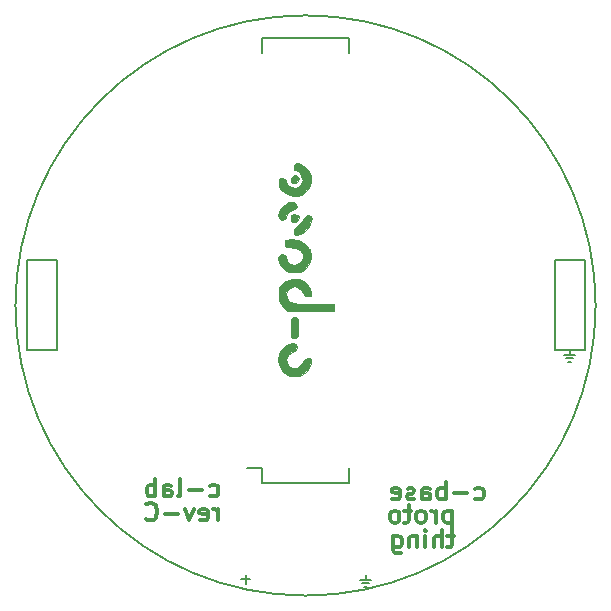
<source format=gbo>
G04 #@! TF.FileFunction,Legend,Bot*
%FSLAX46Y46*%
G04 Gerber Fmt 4.6, Leading zero omitted, Abs format (unit mm)*
G04 Created by KiCad (PCBNEW 4.0.2-4+6225~38~ubuntu15.10.1-stable) date So 13 Mär 2016 18:41:02 CET*
%MOMM*%
G01*
G04 APERTURE LIST*
%ADD10C,0.100000*%
%ADD11C,0.200000*%
%ADD12C,0.300000*%
%ADD13C,0.150000*%
%ADD14C,0.010000*%
G04 APERTURE END LIST*
D10*
D11*
X171926190Y-127642952D02*
X170973809Y-127642952D01*
X171735714Y-127928667D02*
X171164285Y-127928667D01*
X171449999Y-127214381D02*
X171449999Y-127642952D01*
X171354761Y-128214381D02*
X171545237Y-128214381D01*
X154654190Y-146692952D02*
X153701809Y-146692952D01*
X154463714Y-146978667D02*
X153892285Y-146978667D01*
X154177999Y-146264381D02*
X154177999Y-146692952D01*
X154082761Y-147264381D02*
X154273237Y-147264381D01*
X144398952Y-146629429D02*
X143637047Y-146629429D01*
X144017999Y-147010381D02*
X144017999Y-146248476D01*
X172720000Y-119634000D02*
X172720000Y-127254000D01*
X170180000Y-119634000D02*
X172720000Y-119634000D01*
X170180000Y-127254000D02*
X170180000Y-119634000D01*
X128016000Y-119634000D02*
X125476000Y-119634000D01*
X128016000Y-127254000D02*
X128016000Y-119634000D01*
X125476000Y-127254000D02*
X128016000Y-127254000D01*
X125476000Y-119634000D02*
X125476000Y-127254000D01*
X170180000Y-127254000D02*
X172720000Y-127254000D01*
D12*
X141683999Y-141648571D02*
X141683999Y-140648571D01*
X141683999Y-140934286D02*
X141612571Y-140791429D01*
X141541142Y-140720000D01*
X141398285Y-140648571D01*
X141255428Y-140648571D01*
X140184000Y-141577143D02*
X140326857Y-141648571D01*
X140612571Y-141648571D01*
X140755428Y-141577143D01*
X140826857Y-141434286D01*
X140826857Y-140862857D01*
X140755428Y-140720000D01*
X140612571Y-140648571D01*
X140326857Y-140648571D01*
X140184000Y-140720000D01*
X140112571Y-140862857D01*
X140112571Y-141005714D01*
X140826857Y-141148571D01*
X139612571Y-140648571D02*
X139255428Y-141648571D01*
X138898286Y-140648571D01*
X138326857Y-141077143D02*
X137184000Y-141077143D01*
X135612571Y-141505714D02*
X135684000Y-141577143D01*
X135898286Y-141648571D01*
X136041143Y-141648571D01*
X136255428Y-141577143D01*
X136398286Y-141434286D01*
X136469714Y-141291429D01*
X136541143Y-141005714D01*
X136541143Y-140791429D01*
X136469714Y-140505714D01*
X136398286Y-140362857D01*
X136255428Y-140220000D01*
X136041143Y-140148571D01*
X135898286Y-140148571D01*
X135684000Y-140220000D01*
X135612571Y-140291429D01*
X141005428Y-139545143D02*
X141148285Y-139616571D01*
X141433999Y-139616571D01*
X141576857Y-139545143D01*
X141648285Y-139473714D01*
X141719714Y-139330857D01*
X141719714Y-138902286D01*
X141648285Y-138759429D01*
X141576857Y-138688000D01*
X141433999Y-138616571D01*
X141148285Y-138616571D01*
X141005428Y-138688000D01*
X140362571Y-139045143D02*
X139219714Y-139045143D01*
X138291142Y-139616571D02*
X138434000Y-139545143D01*
X138505428Y-139402286D01*
X138505428Y-138116571D01*
X137076857Y-139616571D02*
X137076857Y-138830857D01*
X137148286Y-138688000D01*
X137291143Y-138616571D01*
X137576857Y-138616571D01*
X137719714Y-138688000D01*
X137076857Y-139545143D02*
X137219714Y-139616571D01*
X137576857Y-139616571D01*
X137719714Y-139545143D01*
X137791143Y-139402286D01*
X137791143Y-139259429D01*
X137719714Y-139116571D01*
X137576857Y-139045143D01*
X137219714Y-139045143D01*
X137076857Y-138973714D01*
X136362571Y-139616571D02*
X136362571Y-138116571D01*
X136362571Y-138688000D02*
X136219714Y-138616571D01*
X135934000Y-138616571D01*
X135791143Y-138688000D01*
X135719714Y-138759429D01*
X135648285Y-138902286D01*
X135648285Y-139330857D01*
X135719714Y-139473714D01*
X135791143Y-139545143D01*
X135934000Y-139616571D01*
X136219714Y-139616571D01*
X136362571Y-139545143D01*
X161682572Y-142934571D02*
X161111143Y-142934571D01*
X161468286Y-142434571D02*
X161468286Y-143720286D01*
X161396858Y-143863143D01*
X161254000Y-143934571D01*
X161111143Y-143934571D01*
X160611143Y-143934571D02*
X160611143Y-142434571D01*
X159968286Y-143934571D02*
X159968286Y-143148857D01*
X160039715Y-143006000D01*
X160182572Y-142934571D01*
X160396857Y-142934571D01*
X160539715Y-143006000D01*
X160611143Y-143077429D01*
X159254000Y-143934571D02*
X159254000Y-142934571D01*
X159254000Y-142434571D02*
X159325429Y-142506000D01*
X159254000Y-142577429D01*
X159182572Y-142506000D01*
X159254000Y-142434571D01*
X159254000Y-142577429D01*
X158539714Y-142934571D02*
X158539714Y-143934571D01*
X158539714Y-143077429D02*
X158468286Y-143006000D01*
X158325428Y-142934571D01*
X158111143Y-142934571D01*
X157968286Y-143006000D01*
X157896857Y-143148857D01*
X157896857Y-143934571D01*
X156539714Y-142934571D02*
X156539714Y-144148857D01*
X156611143Y-144291714D01*
X156682571Y-144363143D01*
X156825428Y-144434571D01*
X157039714Y-144434571D01*
X157182571Y-144363143D01*
X156539714Y-143863143D02*
X156682571Y-143934571D01*
X156968285Y-143934571D01*
X157111143Y-143863143D01*
X157182571Y-143791714D01*
X157254000Y-143648857D01*
X157254000Y-143220286D01*
X157182571Y-143077429D01*
X157111143Y-143006000D01*
X156968285Y-142934571D01*
X156682571Y-142934571D01*
X156539714Y-143006000D01*
X161473828Y-140826371D02*
X161473828Y-142326371D01*
X161473828Y-140897800D02*
X161330971Y-140826371D01*
X161045257Y-140826371D01*
X160902400Y-140897800D01*
X160830971Y-140969229D01*
X160759542Y-141112086D01*
X160759542Y-141540657D01*
X160830971Y-141683514D01*
X160902400Y-141754943D01*
X161045257Y-141826371D01*
X161330971Y-141826371D01*
X161473828Y-141754943D01*
X160116685Y-141826371D02*
X160116685Y-140826371D01*
X160116685Y-141112086D02*
X160045257Y-140969229D01*
X159973828Y-140897800D01*
X159830971Y-140826371D01*
X159688114Y-140826371D01*
X158973828Y-141826371D02*
X159116686Y-141754943D01*
X159188114Y-141683514D01*
X159259543Y-141540657D01*
X159259543Y-141112086D01*
X159188114Y-140969229D01*
X159116686Y-140897800D01*
X158973828Y-140826371D01*
X158759543Y-140826371D01*
X158616686Y-140897800D01*
X158545257Y-140969229D01*
X158473828Y-141112086D01*
X158473828Y-141540657D01*
X158545257Y-141683514D01*
X158616686Y-141754943D01*
X158759543Y-141826371D01*
X158973828Y-141826371D01*
X158045257Y-140826371D02*
X157473828Y-140826371D01*
X157830971Y-140326371D02*
X157830971Y-141612086D01*
X157759543Y-141754943D01*
X157616685Y-141826371D01*
X157473828Y-141826371D01*
X156759542Y-141826371D02*
X156902400Y-141754943D01*
X156973828Y-141683514D01*
X157045257Y-141540657D01*
X157045257Y-141112086D01*
X156973828Y-140969229D01*
X156902400Y-140897800D01*
X156759542Y-140826371D01*
X156545257Y-140826371D01*
X156402400Y-140897800D01*
X156330971Y-140969229D01*
X156259542Y-141112086D01*
X156259542Y-141540657D01*
X156330971Y-141683514D01*
X156402400Y-141754943D01*
X156545257Y-141826371D01*
X156759542Y-141826371D01*
X163452571Y-139799143D02*
X163595428Y-139870571D01*
X163881142Y-139870571D01*
X164024000Y-139799143D01*
X164095428Y-139727714D01*
X164166857Y-139584857D01*
X164166857Y-139156286D01*
X164095428Y-139013429D01*
X164024000Y-138942000D01*
X163881142Y-138870571D01*
X163595428Y-138870571D01*
X163452571Y-138942000D01*
X162809714Y-139299143D02*
X161666857Y-139299143D01*
X160952571Y-139870571D02*
X160952571Y-138370571D01*
X160952571Y-138942000D02*
X160809714Y-138870571D01*
X160524000Y-138870571D01*
X160381143Y-138942000D01*
X160309714Y-139013429D01*
X160238285Y-139156286D01*
X160238285Y-139584857D01*
X160309714Y-139727714D01*
X160381143Y-139799143D01*
X160524000Y-139870571D01*
X160809714Y-139870571D01*
X160952571Y-139799143D01*
X158952571Y-139870571D02*
X158952571Y-139084857D01*
X159024000Y-138942000D01*
X159166857Y-138870571D01*
X159452571Y-138870571D01*
X159595428Y-138942000D01*
X158952571Y-139799143D02*
X159095428Y-139870571D01*
X159452571Y-139870571D01*
X159595428Y-139799143D01*
X159666857Y-139656286D01*
X159666857Y-139513429D01*
X159595428Y-139370571D01*
X159452571Y-139299143D01*
X159095428Y-139299143D01*
X158952571Y-139227714D01*
X158309714Y-139799143D02*
X158166857Y-139870571D01*
X157881142Y-139870571D01*
X157738285Y-139799143D01*
X157666857Y-139656286D01*
X157666857Y-139584857D01*
X157738285Y-139442000D01*
X157881142Y-139370571D01*
X158095428Y-139370571D01*
X158238285Y-139299143D01*
X158309714Y-139156286D01*
X158309714Y-139084857D01*
X158238285Y-138942000D01*
X158095428Y-138870571D01*
X157881142Y-138870571D01*
X157738285Y-138942000D01*
X156452571Y-139799143D02*
X156595428Y-139870571D01*
X156881142Y-139870571D01*
X157023999Y-139799143D01*
X157095428Y-139656286D01*
X157095428Y-139084857D01*
X157023999Y-138942000D01*
X156881142Y-138870571D01*
X156595428Y-138870571D01*
X156452571Y-138942000D01*
X156381142Y-139084857D01*
X156381142Y-139227714D01*
X157095428Y-139370571D01*
D13*
X173659800Y-123444000D02*
G75*
G03X173659800Y-123444000I-24561800J0D01*
G01*
D14*
G36*
X149514912Y-127907423D02*
X149319783Y-127889000D01*
X149044681Y-127969209D01*
X148854300Y-128245736D01*
X148843331Y-128271616D01*
X148607557Y-128602288D01*
X148363767Y-128734817D01*
X147964108Y-128738008D01*
X147670427Y-128565755D01*
X147501914Y-128281326D01*
X147477756Y-127947986D01*
X147617140Y-127629005D01*
X147939254Y-127387649D01*
X147953385Y-127381670D01*
X148249222Y-127187690D01*
X148336000Y-126921093D01*
X148272230Y-126688834D01*
X148066400Y-126627615D01*
X147696736Y-126734638D01*
X147515541Y-126815621D01*
X147108444Y-127135869D01*
X146864008Y-127590272D01*
X146792546Y-128109746D01*
X146904370Y-128625207D01*
X147183231Y-129041770D01*
X147472078Y-129280915D01*
X147780348Y-129389459D01*
X148175471Y-129413000D01*
X148603207Y-129383916D01*
X148895925Y-129268371D01*
X149135484Y-129059156D01*
X149387848Y-128709107D01*
X149548719Y-128330084D01*
X149556119Y-128297156D01*
X149592018Y-128018076D01*
X149514912Y-127907423D01*
X149514912Y-127907423D01*
G37*
X149514912Y-127907423D02*
X149319783Y-127889000D01*
X149044681Y-127969209D01*
X148854300Y-128245736D01*
X148843331Y-128271616D01*
X148607557Y-128602288D01*
X148363767Y-128734817D01*
X147964108Y-128738008D01*
X147670427Y-128565755D01*
X147501914Y-128281326D01*
X147477756Y-127947986D01*
X147617140Y-127629005D01*
X147939254Y-127387649D01*
X147953385Y-127381670D01*
X148249222Y-127187690D01*
X148336000Y-126921093D01*
X148272230Y-126688834D01*
X148066400Y-126627615D01*
X147696736Y-126734638D01*
X147515541Y-126815621D01*
X147108444Y-127135869D01*
X146864008Y-127590272D01*
X146792546Y-128109746D01*
X146904370Y-128625207D01*
X147183231Y-129041770D01*
X147472078Y-129280915D01*
X147780348Y-129389459D01*
X148175471Y-129413000D01*
X148603207Y-129383916D01*
X148895925Y-129268371D01*
X149135484Y-129059156D01*
X149387848Y-128709107D01*
X149548719Y-128330084D01*
X149556119Y-128297156D01*
X149592018Y-128018076D01*
X149514912Y-127907423D01*
G36*
X149761259Y-123317000D02*
X149007262Y-123310694D01*
X148465236Y-123289067D01*
X148093405Y-123248052D01*
X147849989Y-123183586D01*
X147729259Y-123119299D01*
X147492996Y-122834004D01*
X147447543Y-122500654D01*
X147558126Y-122181768D01*
X147789967Y-121939864D01*
X148108293Y-121837460D01*
X148407253Y-121900425D01*
X148694415Y-122127637D01*
X148843407Y-122362940D01*
X149035853Y-122622563D01*
X149285357Y-122682000D01*
X149534136Y-122617633D01*
X149597744Y-122412673D01*
X149479240Y-122049337D01*
X149416226Y-121921403D01*
X149051331Y-121459280D01*
X148566729Y-121203767D01*
X148007053Y-121167801D01*
X147444459Y-121349815D01*
X147087802Y-121605391D01*
X146888698Y-121953997D01*
X146814736Y-122460716D01*
X146812000Y-122619921D01*
X146847553Y-123047979D01*
X146987461Y-123357038D01*
X147183231Y-123580770D01*
X147554462Y-123952000D01*
X151511000Y-123952000D01*
X151511000Y-123317000D01*
X149761259Y-123317000D01*
X149761259Y-123317000D01*
G37*
X149761259Y-123317000D02*
X149007262Y-123310694D01*
X148465236Y-123289067D01*
X148093405Y-123248052D01*
X147849989Y-123183586D01*
X147729259Y-123119299D01*
X147492996Y-122834004D01*
X147447543Y-122500654D01*
X147558126Y-122181768D01*
X147789967Y-121939864D01*
X148108293Y-121837460D01*
X148407253Y-121900425D01*
X148694415Y-122127637D01*
X148843407Y-122362940D01*
X149035853Y-122622563D01*
X149285357Y-122682000D01*
X149534136Y-122617633D01*
X149597744Y-122412673D01*
X149479240Y-122049337D01*
X149416226Y-121921403D01*
X149051331Y-121459280D01*
X148566729Y-121203767D01*
X148007053Y-121167801D01*
X147444459Y-121349815D01*
X147087802Y-121605391D01*
X146888698Y-121953997D01*
X146814736Y-122460716D01*
X146812000Y-122619921D01*
X146847553Y-123047979D01*
X146987461Y-123357038D01*
X147183231Y-123580770D01*
X147554462Y-123952000D01*
X151511000Y-123952000D01*
X151511000Y-123317000D01*
X149761259Y-123317000D01*
G36*
X149453029Y-118693547D02*
X149426778Y-118639808D01*
X149062470Y-118199656D01*
X148524679Y-117935536D01*
X147897807Y-117856000D01*
X147542693Y-117868828D01*
X147373498Y-117932122D01*
X147322487Y-118083104D01*
X147320000Y-118173500D01*
X147362259Y-118402180D01*
X147540368Y-118484343D01*
X147692733Y-118491000D01*
X148224357Y-118565304D01*
X148620959Y-118765874D01*
X148847856Y-119059197D01*
X148870363Y-119411763D01*
X148809981Y-119570500D01*
X148565219Y-119890308D01*
X148229260Y-120008788D01*
X148133434Y-120013056D01*
X147818347Y-119907560D01*
X147556798Y-119650922D01*
X147447003Y-119339693D01*
X147447000Y-119338250D01*
X147341940Y-119164150D01*
X147129500Y-119126000D01*
X146885367Y-119217314D01*
X146793187Y-119453443D01*
X146850317Y-119777670D01*
X147054113Y-120133277D01*
X147183231Y-120278770D01*
X147472078Y-120517915D01*
X147780348Y-120626459D01*
X148175471Y-120650000D01*
X148601705Y-120621306D01*
X148893942Y-120506250D01*
X149142507Y-120288825D01*
X149466438Y-119791531D01*
X149573717Y-119237891D01*
X149453029Y-118693547D01*
X149453029Y-118693547D01*
G37*
X149453029Y-118693547D02*
X149426778Y-118639808D01*
X149062470Y-118199656D01*
X148524679Y-117935536D01*
X147897807Y-117856000D01*
X147542693Y-117868828D01*
X147373498Y-117932122D01*
X147322487Y-118083104D01*
X147320000Y-118173500D01*
X147362259Y-118402180D01*
X147540368Y-118484343D01*
X147692733Y-118491000D01*
X148224357Y-118565304D01*
X148620959Y-118765874D01*
X148847856Y-119059197D01*
X148870363Y-119411763D01*
X148809981Y-119570500D01*
X148565219Y-119890308D01*
X148229260Y-120008788D01*
X148133434Y-120013056D01*
X147818347Y-119907560D01*
X147556798Y-119650922D01*
X147447003Y-119339693D01*
X147447000Y-119338250D01*
X147341940Y-119164150D01*
X147129500Y-119126000D01*
X146885367Y-119217314D01*
X146793187Y-119453443D01*
X146850317Y-119777670D01*
X147054113Y-120133277D01*
X147183231Y-120278770D01*
X147472078Y-120517915D01*
X147780348Y-120626459D01*
X148175471Y-120650000D01*
X148601705Y-120621306D01*
X148893942Y-120506250D01*
X149142507Y-120288825D01*
X149466438Y-119791531D01*
X149573717Y-119237891D01*
X149453029Y-118693547D01*
G36*
X148244687Y-114754367D02*
X148008558Y-114662187D01*
X147684331Y-114719317D01*
X147328724Y-114923113D01*
X147183231Y-115052231D01*
X146918442Y-115404078D01*
X146799205Y-115748438D01*
X146828165Y-116028593D01*
X147007965Y-116187825D01*
X147129500Y-116205000D01*
X147382797Y-116141389D01*
X147447000Y-115970684D01*
X147554040Y-115679903D01*
X147808213Y-115429395D01*
X148109100Y-115316305D01*
X148123751Y-115316000D01*
X148297851Y-115210940D01*
X148336000Y-114998500D01*
X148244687Y-114754367D01*
X148244687Y-114754367D01*
G37*
X148244687Y-114754367D02*
X148008558Y-114662187D01*
X147684331Y-114719317D01*
X147328724Y-114923113D01*
X147183231Y-115052231D01*
X146918442Y-115404078D01*
X146799205Y-115748438D01*
X146828165Y-116028593D01*
X147007965Y-116187825D01*
X147129500Y-116205000D01*
X147382797Y-116141389D01*
X147447000Y-115970684D01*
X147554040Y-115679903D01*
X147808213Y-115429395D01*
X148109100Y-115316305D01*
X148123751Y-115316000D01*
X148297851Y-115210940D01*
X148336000Y-114998500D01*
X148244687Y-114754367D01*
G36*
X149549764Y-112442227D02*
X149391306Y-112082473D01*
X149136934Y-111773294D01*
X148834311Y-111538906D01*
X148531102Y-111403527D01*
X148274971Y-111391372D01*
X148113580Y-111526658D01*
X148082000Y-111696500D01*
X148140971Y-111940545D01*
X148252817Y-112014000D01*
X148507430Y-112124380D01*
X148726489Y-112393709D01*
X148840086Y-112729267D01*
X148844000Y-112798067D01*
X148747099Y-113134475D01*
X148510875Y-113411978D01*
X148217046Y-113537332D01*
X148195509Y-113538000D01*
X147894612Y-113446623D01*
X147615798Y-113228372D01*
X147456766Y-112967071D01*
X147447000Y-112895799D01*
X147368695Y-112701173D01*
X147129500Y-112649000D01*
X146896381Y-112694336D01*
X146818930Y-112881569D01*
X146815862Y-112998250D01*
X146865544Y-113346550D01*
X146949175Y-113569753D01*
X147239407Y-113857068D01*
X147686328Y-114071927D01*
X148194287Y-114170840D01*
X148275963Y-114173000D01*
X148764562Y-114057151D01*
X149175102Y-113749686D01*
X149463334Y-113310727D01*
X149585009Y-112800399D01*
X149549764Y-112442227D01*
X149549764Y-112442227D01*
G37*
X149549764Y-112442227D02*
X149391306Y-112082473D01*
X149136934Y-111773294D01*
X148834311Y-111538906D01*
X148531102Y-111403527D01*
X148274971Y-111391372D01*
X148113580Y-111526658D01*
X148082000Y-111696500D01*
X148140971Y-111940545D01*
X148252817Y-112014000D01*
X148507430Y-112124380D01*
X148726489Y-112393709D01*
X148840086Y-112729267D01*
X148844000Y-112798067D01*
X148747099Y-113134475D01*
X148510875Y-113411978D01*
X148217046Y-113537332D01*
X148195509Y-113538000D01*
X147894612Y-113446623D01*
X147615798Y-113228372D01*
X147456766Y-112967071D01*
X147447000Y-112895799D01*
X147368695Y-112701173D01*
X147129500Y-112649000D01*
X146896381Y-112694336D01*
X146818930Y-112881569D01*
X146815862Y-112998250D01*
X146865544Y-113346550D01*
X146949175Y-113569753D01*
X147239407Y-113857068D01*
X147686328Y-114071927D01*
X148194287Y-114170840D01*
X148275963Y-114173000D01*
X148764562Y-114057151D01*
X149175102Y-113749686D01*
X149463334Y-113310727D01*
X149585009Y-112800399D01*
X149549764Y-112442227D01*
G36*
X148458332Y-124884547D02*
X148431147Y-124618730D01*
X148361680Y-124496203D01*
X148230162Y-124461619D01*
X148145500Y-124460000D01*
X147979624Y-124473073D01*
X147884690Y-124549190D01*
X147840930Y-124743699D01*
X147828579Y-125111947D01*
X147828000Y-125349000D01*
X147832669Y-125813454D01*
X147859854Y-126079271D01*
X147929321Y-126201798D01*
X148060839Y-126236382D01*
X148145500Y-126238000D01*
X148311377Y-126224928D01*
X148406311Y-126148811D01*
X148450071Y-125954302D01*
X148462422Y-125586054D01*
X148463000Y-125349000D01*
X148458332Y-124884547D01*
X148458332Y-124884547D01*
G37*
X148458332Y-124884547D02*
X148431147Y-124618730D01*
X148361680Y-124496203D01*
X148230162Y-124461619D01*
X148145500Y-124460000D01*
X147979624Y-124473073D01*
X147884690Y-124549190D01*
X147840930Y-124743699D01*
X147828579Y-125111947D01*
X147828000Y-125349000D01*
X147832669Y-125813454D01*
X147859854Y-126079271D01*
X147929321Y-126201798D01*
X148060839Y-126236382D01*
X148145500Y-126238000D01*
X148311377Y-126224928D01*
X148406311Y-126148811D01*
X148450071Y-125954302D01*
X148462422Y-125586054D01*
X148463000Y-125349000D01*
X148458332Y-124884547D01*
G36*
X148547853Y-115897348D02*
X148375619Y-115744783D01*
X148149486Y-115697000D01*
X147906048Y-115747706D01*
X147829796Y-115949856D01*
X147828000Y-116018486D01*
X147898851Y-116290487D01*
X148028348Y-116416853D01*
X148273837Y-116397508D01*
X148482795Y-116220755D01*
X148564481Y-115977335D01*
X148547853Y-115897348D01*
X148547853Y-115897348D01*
G37*
X148547853Y-115897348D02*
X148375619Y-115744783D01*
X148149486Y-115697000D01*
X147906048Y-115747706D01*
X147829796Y-115949856D01*
X147828000Y-116018486D01*
X147898851Y-116290487D01*
X148028348Y-116416853D01*
X148273837Y-116397508D01*
X148482795Y-116220755D01*
X148564481Y-115977335D01*
X148547853Y-115897348D01*
G36*
X148469800Y-112530212D02*
X148253996Y-112417295D01*
X148161086Y-112420036D01*
X147941512Y-112546141D01*
X147843816Y-112776563D01*
X147889476Y-113006474D01*
X148019441Y-113111435D01*
X148271931Y-113097188D01*
X148414015Y-113006415D01*
X148536318Y-112757140D01*
X148469800Y-112530212D01*
X148469800Y-112530212D01*
G37*
X148469800Y-112530212D02*
X148253996Y-112417295D01*
X148161086Y-112420036D01*
X147941512Y-112546141D01*
X147843816Y-112776563D01*
X147889476Y-113006474D01*
X148019441Y-113111435D01*
X148271931Y-113097188D01*
X148414015Y-113006415D01*
X148536318Y-112757140D01*
X148469800Y-112530212D01*
G36*
X149525046Y-115862327D02*
X149331728Y-115800444D01*
X149100365Y-115886516D01*
X148905275Y-116108401D01*
X148862777Y-116205729D01*
X148655099Y-116535551D01*
X148405853Y-116710585D01*
X148191106Y-116875222D01*
X148078967Y-117113393D01*
X148083658Y-117339541D01*
X148219396Y-117468112D01*
X148278807Y-117475000D01*
X148713055Y-117361003D01*
X149121401Y-117064795D01*
X149438304Y-116655054D01*
X149598223Y-116200458D01*
X149606000Y-116084307D01*
X149525046Y-115862327D01*
X149525046Y-115862327D01*
G37*
X149525046Y-115862327D02*
X149331728Y-115800444D01*
X149100365Y-115886516D01*
X148905275Y-116108401D01*
X148862777Y-116205729D01*
X148655099Y-116535551D01*
X148405853Y-116710585D01*
X148191106Y-116875222D01*
X148078967Y-117113393D01*
X148083658Y-117339541D01*
X148219396Y-117468112D01*
X148278807Y-117475000D01*
X148713055Y-117361003D01*
X149121401Y-117064795D01*
X149438304Y-116655054D01*
X149598223Y-116200458D01*
X149606000Y-116084307D01*
X149525046Y-115862327D01*
D13*
X145423000Y-138439000D02*
X145423000Y-137169000D01*
X152773000Y-138439000D02*
X152773000Y-137169000D01*
X152773000Y-100829000D02*
X152773000Y-102099000D01*
X145423000Y-100829000D02*
X145423000Y-102099000D01*
X145423000Y-138439000D02*
X152773000Y-138439000D01*
X145423000Y-100829000D02*
X152773000Y-100829000D01*
X145423000Y-137169000D02*
X144138000Y-137169000D01*
M02*

</source>
